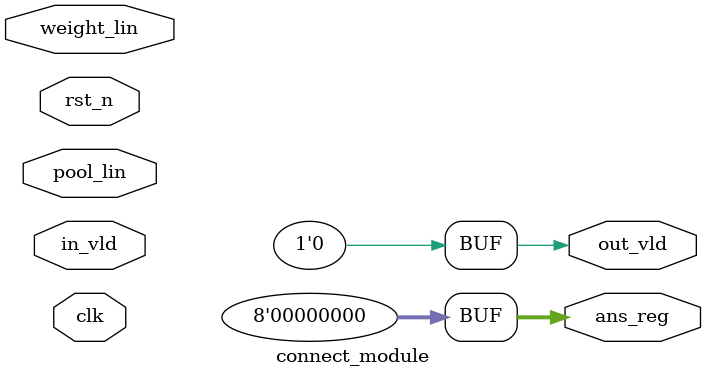
<source format=v>
`timescale 1ns/1ps
module connect_module (
    input clk,
    input rst_n,
    input in_vld,
    input [3*3*3*8-1:0] pool_lin,
    input [3*3*3*8-1:0] weight_lin,

    output [7:0] ans_reg,
    output out_vld
);

    assign ans_reg = 0;
    assign out_vld = 0;

endmodule

</source>
